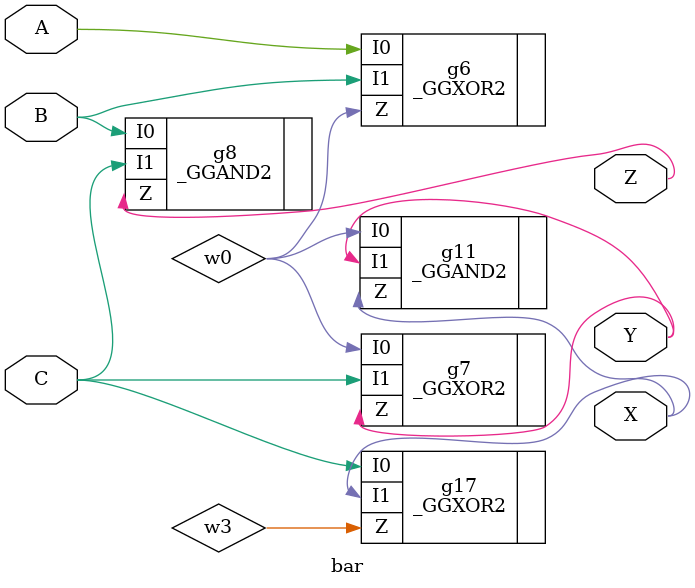
<source format=v>

`timescale 1ns/1ns

module PAGE1;    //: root_module
//: enddecls

  //: comment g3 @(260,80) /anc:1
  //: /line:"A module is an encapsulated piece of logic that can be made"
  //: /line:"to serve a purpose in a circuit, similar to a function call"
  //: /line:"in a program. Each module in TkGate has an \"interface\" and"
  //: /line:"a \"definition\":"
  //: /line:""
  //: /line:"  *  The <i color=green4>interface</i> describes the external"
  //: /line:"     appearance of a module including the size of the box and"
  //: /line:"     the positions of the ports on it. TkGate supports \"block\""
  //: /line:"     interfaces and \"symbol\" interfaces."
  //: /line:"  "
  //: /line:"  *  The <i color=green4>definition</i> describes the internal"
  //: /line:"     logic that the module implements. TkGate supports \"netlist\""
  //: /line:"     and \"HDL\" modules."
  //: /line:""
  //: /end
  //: comment g2 @(10,65) /sn:0 /anc:1
  //: /line:"<img src=bigmodule.gif>"
  //: /end
  //: comment g1 @(9,13) /anc:1
  //: /line:"<h3>Using Modules</h3>"
  //: /line:""
  //: /line:"In this chapter, you will learn how to create, edit and manage modules."
  //: /end
  //: comment g0 @(10,370) /sn:0 /R:14 /anc:1
  //: /line:"<tutorial-navigation>"
  //: /end

endmodule
//: /netlistEnd

//: /netlistBegin PAGE6
module PAGE6();
//: interface  /sz:(40, 40) /bd:[ ] /pd: 0 /pi: 0 /pe: 0 /pp: 1
wire w4;    //: /sn:0 {0}(258,177)(273,177){1}
wire w0;    //: /sn:0 {0}(200,161)(185,161){1}
wire w3;    //: /sn:0 {0}(258,161)(273,161){1}
wire w1;    //: /sn:0 {0}(200,177)(185,177){1}
wire w2;    //: /sn:0 {0}(200,192)(185,192){1}
wire w5;    //: /sn:0 {0}(258,193)(273,193){1}
//: enddecls

  bar g4 (.C(w2), .B(w1), .A(w0), .Z(w5), .Y(w4), .X(w3));   //: @(201, 145) /sz:(56, 72) /sn:0 /p:[ Li0>0 Li1>0 Li2>0 Ro0<0 Ro1<0 Ro2<0 ]
  //: comment g3 @(10,370) /sn:0 /R:14
  //: /line:"<tutorial-navigation>"
  //: /end
  //: comment g2 @(10,370) /sn:0 /R:14
  //: /line:"<tutorial-navigation>"
  //: /end
  //: comment g1 @(9,13) /anc:1
  //: /line:"<h3>Using Modules</h3> <b>(editing module definitions)</b>"
  //: /line:""
  //: /line:"To edit the definition of a module you have created, double click on its name in the module name"
  //: /line:"tree or list view. Alternatively you can right click on an instance of the module and select"
  //: /line:"<font color=red2>Open</font> from the popup menu."
  //: /end
  //: comment g0 @(10,370) /sn:0 /R:14
  //: /line:"<tutorial-navigation>"
  //: /end

endmodule
//: /netlistEnd

//: /netlistBegin PAGE3
module PAGE3();
//: interface  /sz:(40, 40) /bd:[ ] /pd: 0 /pi: 0 /pe: 0 /pp: 1
//: enddecls

  //: comment g4 @(576,89) /sn:0 /anc:1
  //: /line:"<font color=green4>Hint: The pages in this tutorial"
  //: /line:"are actually modules with the"
  //: /line:"names PAGE1, PAGE2, etc.</font>"
  //: /end
  //: comment g3 @(23,72) /sn:0 /anc:1
  //: /line:"<img src=document.gif> Top-level or root module."
  //: /line:""
  //: /line:"<img src=mod_net.gif> Netlist module."
  //: /line:""
  //: /line:"<img src=mod_hdl.gif> Verilog HDL module."
  //: /line:""
  //: /line:"<img src=mod_netL.gif> Locked netlist module."
  //: /line:""
  //: /line:"<img src=mod_hdlL.gif> Locked Verilog HDL module."
  //: /line:""
  //: /line:"<img src=unused.gif> Container for unused modules."
  //: /line:""
  //: /end
  //: comment g2 @(269,68) /anc:1
   //: /line:"<img src=chip.gif> Library module."
  //: /line:""
  //: /line:"<img src=parts.gif> Container for all libraries."
  //: /line:""
  //: /line:"<img src=ichipdir.gif> Container for a single library."
  //: /line:""
  //: /line:"<img src=unknown.gif> Use of an undefined module."
  //: /line:""
  //: /line:"<img src=conflict.gif> Recursive inclusion of a module."
  //: /line:""
  //: /end
  //: comment g1 @(9,13) /anc:1
  //: /line:"<h3>Using Modules</h3> <b>(module list symbols)</b>"
  //: /line:""
  //: /line:"The following symbols are used in the module tree and list view:"
  //: /line:""
  //: /end
  //: comment g0 @(10,370) /sn:0 /R:14 /anc:1
  //: /line:"<tutorial-navigation>"
  //: /end

endmodule
//: /netlistEnd

//: /netlistBegin ALU
module ALU(F, A, B, Z);
//: interface  /sz:(40, 40) /bd:[ ] /pd: 0 /pi: 0 /pe: 0 /pp: 1
input [7:0] B;    //: /sn:0 {0}(#:342,147)(342,184){1}
//: {2}(344,186)(367,186){3}
//: {4}(371,186)(425,186)(425,258){5}
//: {6}(369,188)(369,261){7}
//: {8}(342,188)(342,258){9}
input [1:0] F;    //: /sn:0 {0}(#:343,353)(214,353){1}
input [7:0] A;    //: /sn:0 {0}(#:265,147)(265,215){1}
//: {2}(267,217)(345,217){3}
//: {4}(349,217)(372,217){5}
//: {6}(376,217)(457,217)(457,258){7}
//: {8}(374,219)(374,261){9}
//: {10}(347,219)(347,258){11}
//: {12}(265,219)(265,322)(348,322)(348,337){13}
supply0 w0;    //: /sn:0 {0}(491,295)(491,272)(465,272){1}
output [7:0] Z;    //: /sn:0 {0}(#:366,404)(366,366){1}
wire [7:0] w14;    //: /sn:0 {0}(#:345,279)(345,310)(360,310)(360,337){1}
wire w4;    //: /sn:0 {0}(417,272)(407,272){1}
wire [7:0] w11;    //: /sn:0 {0}(#:372,282)(372,337){1}
wire [7:0] w10;    //: /sn:0 {0}(#:384,337)(384,307)(441,307)(441,287){1}
//: enddecls

  //: joint g8 (A) @(347, 217) /w:[ 4 -1 3 10 ]
  _GGADD8 #(68, 70, 62, 64) g4 (.A(B), .B(A), .S(w10), .CI(w0), .CO(w4));   //: @(441,274) /sn:0 /w:[ 5 7 1 1 0 ]
  //: GROUND g13 (w0) @(491,301) /sn:0 /w:[ 0 ]
  //: IN g3 (F) @(212,353) /sn:0 /w:[ 1 ]
  //: IN g2 (A) @(265,145) /sn:0 /R:3 /w:[ 0 ]
  //: IN g1 (B) @(342,145) /sn:0 /R:3 /w:[ 0 ]
  //: joint g11 (B) @(369, 186) /w:[ 4 -1 3 6 ]
  //: joint g10 (A) @(374, 217) /w:[ 6 -1 5 8 ]
  _GGAND2x8 #(6) g6 (.I0(B), .I1(A), .Z(w11));   //: @(372,272) /sn:0 /R:3 /w:[ 7 9 0 ] /eb:0
  //: joint g9 (A) @(265, 217) /w:[ 2 1 -1 12 ]
  _GGOR2x8 #(6) g7 (.I0(B), .I1(A), .Z(w14));   //: @(345,269) /sn:0 /R:3 /w:[ 9 11 0 ] /eb:0
  //: OUT g5 (Z) @(366,401) /sn:0 /R:3 /w:[ 0 ]
  _GGMUX4x8 #(12, 12) g0 (.I0(A), .I1(w14), .I2(w11), .I3(w10), .S(F), .Z(Z));   //: @(366,353) /sn:0 /w:[ 13 1 1 0 0 1 ] /ss:0 /do:0
  //: joint g12 (B) @(342, 186) /w:[ 2 1 -1 8 ]

endmodule
//: /netlistEnd

//: /netlistBegin foo
module foo(Z2, I3, Z1, I1, I2, Z3);
//: interface  /sz:(41, 40) /bd:[ ] /pd: 0 /pi: 0 /pe: 0 /pp: 1
input I2;    //: /sn:0 {0}(245,200)(275,200){1}
//: {2}(277,198)(277,153)(292,153){3}
//: {4}(277,202)(277,248)(348,248){5}
output Z3;    //: /sn:0 {0}(369,251)(448,251){1}
input I1;    //: /sn:0 {0}(292,148)(278,148)(278,128)(246,128){1}
output Z2;    //: /sn:0 {0}(392,156)(380,156)(380,184){1}
//: {2}(382,186)(448,186){3}
//: {4}(378,186)(369,186){5}
output Z1;    //: /sn:0 {0}(448,154)(413,154){1}
input I3;    //: /sn:0 {0}(348,188)(296,188)(296,251){1}
//: {2}(298,253)(348,253){3}
//: {4}(294,253)(245,253){5}
wire w0;    //: /sn:0 {0}(348,183)(338,183)(338,153){1}
//: {2}(340,151)(392,151){3}
//: {4}(336,151)(313,151){5}
//: enddecls

  //: OUT g4 (Z2) @(445,186) /sn:0 /w:[ 3 ]
  _GGAND2 #(6) g8 (.I0(I2), .I1(I3), .Z(Z3));   //: @(359,251) /sn:0 /w:[ 5 3 0 ] /eb:0
  //: joint g13 (w0) @(338, 151) /w:[ 2 -1 4 1 ]
  //: IN g2 (I3) @(243,253) /sn:0 /w:[ 5 ]
  //: OUT g1 (Z1) @(445,154) /sn:0 /w:[ 0 ]
  _GGAND2 #(6) g11 (.I0(w0), .I1(Z2), .Z(Z1));   //: @(403,154) /sn:0 /w:[ 3 0 1 ] /eb:0
  //: comment g16 @(585,127) /sn:0
  //: /line:"<font color=green4>Hint: If you opened this module by"
  //: /line:"choosing <img src=blk_open.gif><font color=red2>Open</font> from the menu or"
  //: /line:"toolbar, you can close it by right"
  //: /line:"clicking in the canvas area and"
  //: /line:"selecting <font color=red2>Close</font>."
  //: /end
  //: joint g10 (I2) @(277, 200) /w:[ -1 2 1 4 ]
  //: IN g19 (I1) @(244,128) /sn:0 /w:[ 1 ]
  _GGXOR2 #(8) g6 (.I0(I1), .I1(I2), .Z(w0));   //: @(303,151) /sn:0 /w:[ 0 3 5 ] /eb:0
  _GGXOR2 #(8) g7 (.I0(w0), .I1(I3), .Z(Z2));   //: @(359,186) /sn:0 /w:[ 0 0 5 ] /eb:0
  //: joint g9 (I3) @(296, 253) /w:[ 2 1 4 -1 ]
  //: comment g15 @(22,25)
  //: /line:"This is the definition for module \"foo\"."
  //: /end
  //: IN g5 (I2) @(243,200) /sn:0 /w:[ 0 ]
  //: comment g14 @(76,306) /sn:0
  //: /line:"<a href=\"#/PAGE8\">&lang;VOLVER AL TUTORIAL&rang;</a>"
  //: /end
  //: joint g23 (Z2) @(380, 186) /w:[ 2 1 4 -1 ]
  //: OUT g12 (Z3) @(445,251) /sn:0 /w:[ 1 ]

endmodule
//: /netlistEnd

//: /netlistBegin PAGE8
module PAGE8();
//: interface  /sz:(40, 40) /bd:[ ] /pd: 0 /pi: 0 /pe: 0 /pp: 1
//: enddecls

  //: comment g3 @(573,160) /sn:0 /anc:1
  //: /line:"<font color=green4>Hint: If you are unable to modify a"
  //: /line:"module interface, right click on it,"
  //: /line:"select <img src=i_modprops.gif></font><font color=red2>Module Properties...</font><font color=green4>, then"
  //: /line:"unset the interface protection options"
  //: /line:"in the dialog box.</font>"
  //: /end
  foo g2 ();   //: @(208, 163) /sz:(40, 40) /sn:0 /p:[ ]
  //: comment g1 @(9,13) /anc:1
  //: /line:"<h3>Using Modules</h3> <b>(manual interface generation)</b>"
  //: /line:""
  //: /line:"You can also manually create and edit the interface of a module:"
  //: /line:" * To change the size of the interface, left-click on an edge or corner and drag it with the mouse."
  //: /line:" * To add a port, right click on an edge and choose the port type to create from the popup menu."
  //: /line:" * To delete a port, select the <img src=cut_curs.gif> tool and cut the wire off of the module."
  //: /line:" * To edit port properties, double click on the port with the <img src=mov_curs.gif> tool."
  //: /end
  //: comment g0 @(10,370) /sn:0 /R:14
  //: /line:"<tutorial-navigation>"
  //: /end

endmodule
//: /netlistEnd

//: /netlistBegin PAGE9
module PAGE9();
//: interface  /sz:(40, 40) /bd:[ ] /pd: 0 /pi: 0 /pe: 0 /pp: 1
wire [7:0] w3;    //: /sn:0 {0}(#:329,194)(314,194){1}
wire [1:0] w0;    //: /sn:0 {0}(#:257,226)(272,226){1}
wire [7:0] w1;    //: /sn:0 {0}(#:257,210)(272,210){1}
wire [7:0] w2;    //: /sn:0 {0}(#:257,194)(272,194){1}
//: enddecls

  ALU g3 (.A(w2), .B(w1), .F(w0), .Z(w3));   //: @(273, 178) /sz:(40, 64) /sn:0 /p:[ Li0>1 Li1>1 Li2>1 Ro0<1 ]
  //: comment g2 @(10,370) /sn:0 /R:14
  //: /line:"<tutorial-navigation>"
  //: /end
  //: comment g1 @(9,13) /anc:1
  //: /line:"<h3>Using Modules</h3> <b>(updating the default interface)</b>"
  //: /line:""
  //: /line:"Module interfaces constructed in <img src=editmode.gif> <font color=red2>Edit</font> mode, apply only to the specific instance that you created."
  //: /line:"To make an interface the default for newly created instance of modules of that type, right click"
  //: /line:"on an interface and select <font color=red2>Interface &rarr; Set</font>. Try setting the interface to each of the two instances of"
  //: /line:"ALU modules below, then try creating new ALU modules by dragging them from the module list."
  //: /end
  ALU g0 ();   //: @(130, 184) /sz:(40, 40) /sn:0 /p:[ ]

endmodule
//: /netlistEnd

//: /netlistBegin PAGE7
module PAGE7();
//: interface  /sz:(40, 40) /bd:[ ] /pd: 0 /pi: 0 /pe: 0 /pp: 1
//: enddecls

  //: comment g1 @(9,13) /anc:1
  //: /line:"<h3>Using Modules</h3> <b>(automatic interface generation)</b>"
  //: /line:""
  //: /line:"The interface of a module includes the size and shape of the box as well as the location and names"
  //: /line:"of the ports. The easiest way to create an interface is to use automatic generation. Automatic"
  //: /line:"generation uses the ports referenced in the definition to create the interface. To automatically"
  //: /line:"create an interface for the \"bar\" module, first click on the module list tab <img src=modlist.gif bgcolor=gray>, then right click on \"bar\""
  //: /line:"and select <font color=red2>Interface &rarr; Auto Generate...</font> Now left click and drag the bar module onto the canvas to see"
  //: /line:"the new interface."
  //: /line:""
  //: /end
  //: comment g0 @(10,370) /sn:0 /R:14
  //: /line:"<tutorial-navigation>"
  //: /end

endmodule
//: /netlistEnd

//: /netlistBegin PAGE5
module PAGE5();
//: interface  /sz:(40, 40) /bd:[ ] /pd: 0 /pi: 0 /pe: 0 /pp: 1
//: enddecls

  //: comment g1 @(9,13) /anc:1
  //: /line:"<h3>Using Modules</h3> <b>(creating module definitions)</b>"
  //: /line:""
  //: /line:"To create a new module, press the <img src=blk_new.gif> button. Enter the name for the new module"
  //: /line:"and select whether you wish to create it as a \"netlist\" (graphical) module or an"
  //: /line:"HDL (textual) module. Try creating a new module named \"CPU\"."
  //: /end
  //: comment g0 @(10,370) /sn:0 /R:14
  //: /line:"<tutorial-navigation>"
  //: /end

endmodule
//: /netlistEnd

//: /netlistBegin PAGE4
module PAGE4();
//: interface  /sz:(40, 40) /bd:[ ] /pd: 0 /pi: 0 /pe: 0 /pp: 1
//: enddecls

  //: comment g2 @(506,99) /sn:0 /anc:1
  //: /line:"<font color=green4>Hint: You can also drag and drop"
  //: /line:"module instance from the tree view,"
  //: /line:"but it is easier to use the list view"
  //: /line:"since that view gives you a straight"
  //: /line:"alphabetical list of all module.</font>"
  //: /end
  //: comment g99 @(9,13) /anc:1
  //: /line:"<h3>Using Modules</h3> <b>(creating module instances)</b>"
  //: /line:""
  //: /line:"The easiest way to create a module instance is to find its name in the module list and"
  //: /line:"drag it into the current circuit. Try switching to the list view by pressing <img src=modlist.gif> then"
  //: /line:"dragging several instances of the \"bar\" module into the current edit window."
  //: /end
  //: comment g0 @(10,370) /sn:0 /R:14 /anc:1
  //: /line:"<tutorial-navigation>"
  //: /end

endmodule
//: /netlistEnd

//: /netlistBegin PAGE2
module PAGE2();
//: interface  /sz:(40, 40) /bd:[ ] /pd: 0 /pi: 0 /pe: 0 /pp: 1
//: enddecls

  //: comment g3 @(548,6) /sn:0 /anc:1
  //: /line:"<img src=modlistfig.gif>"
  //: /end
  //: comment g2 @(551,339) /sn:0 /anc:1
  //: /line:"<font color=green4>Module Tree View Example</font>"
  //: /end
  //: comment g1 @(9,13) /anc:1
  //: /line:"<h3>Using Modules</h3> <b>(module list)</b>"
  //: /line:""
  //: /line:"The set of modules in the current circuit is shown on the left-hand side of the interface. You"
  //: /line:"can choose between a <i>tree view</i> <img src=modtree.gif bgcolor=gray> (see example) and a <i>list view</i> <img src=modlist.gif bgcolor=gray>. The tree view shows"
  //: /line:"the module hierarchy starting at a top-level root module indicated by the <img src=document.gif> symbol. Modules"
  //: /line:"which are still in the circuit, but are not used anywhere in the hierarchy are listed under the"
  //: /line:"\"<img src=unused.gif> Unused\" branch. Click on <img src=hboxopen.gif> to open a branch on the tree."
  //: /line:""
  //: /end
  //: comment g0 @(10,370) /sn:0 /R:14 /anc:1
  //: /line:"<tutorial-navigation>"
  //: /end

endmodule
//: /netlistEnd

//: /netlistBegin PAGE10
module PAGE10();
//: interface  /sz:(40, 40) /bd:[ ] /pd: 0 /pi: 0 /pe: 0 /pp: 1
//: enddecls

  //: comment g2 @(10,370) /sn:0 /R:14
  //: /line:"<tutorial-navigation>"
  //: /end
  //: comment g1 @(11,22) /anc:1
  //: /line:"<h3>Using Modules</h3> <b>(interface editor)</b>"
  //: /line:""
  //: /line:"You can directly edit the module interface using TkGate's interface mode. Click on the <img src=editintr.gif> <font color=red2>Interface</font>"
  //: /line:"tab over the main canvas to enter this mode. Details on how to use this mode are given in the TkGate"
  //: /line:"documentation. Click on the <img src=editmode.gif> <font color=red2>Edit</font> tab to return to the normal editing mode."
  //: /end

endmodule
//: /netlistEnd

//: /netlistBegin bar
module bar(Y, X, C, B, Z, A);
//: interface  /sz:(56, 72) /bd:[ Li0>C(48/72) Li1>B(32/72) Li2>A(16/72) Ro0<Z(48/72) Ro1<Y(32/72) Ro2<X(16/72) ] /pd: 0 /pi: 0 /pe: 0 /pp: 0
//: property pptype=0
input B;    //: /sn:0 {0}(86,207)(116,207){1}
//: {2}(118,205)(118,160)(133,160){3}
//: {4}(118,209)(118,255)(189,255){5}
output X;    //: /sn:0 {0}(346,161)(268,161){1}
//: {2}(266,159)(266,131)(282,131){3}
//: {4}(264,161)(254,161){5}
input A;    //: /sn:0 {0}(133,155)(50:118,155)(118,135)(86,135){1}
output Z;    //: /sn:0 {0}(210,258)(346,258){1}
input C;    //: /sn:0 {0}(189,195)(137,195)(137,258){1}
//: {2}(139,260)(160,260){3}
//: {4}(164,260)(189,260){5}
//: {6}(162,258)(162,126)(282,126){7}
//: {8}(135,260)(86,260){9}
output Y;    //: /sn:0 {0}(233,163)(221,163)(221,191){1}
//: {2}(223,193)(346,193){3}
//: {4}(219,193)(210,193){5}
wire w0;    //: /sn:0 {0}(189,190)(179,190)(179,160){1}
//: {2}(181,158)(233,158){3}
//: {4}(177,158)(154,158){5}
wire w3;    //: /sn:0 {0}(303,129)(318,129){1}
//: enddecls

  //: OUT g4 (Y) @(343,193) /sn:0 /w:[ 3 ]
  _GGAND2 #(6) g8 (.I0(B), .I1(C), .Z(Z));   //: @(200,258) /sn:0 /w:[ 5 5 0 ] /eb:0
  //: joint g13 (w0) @(179, 158) /w:[ 2 -1 4 1 ]
  //: OUT g3 (X) @(343,161) /sn:0 /w:[ 0 ]
  //: IN g2 (C) @(84,260) /sn:0 /w:[ 9 ]
  //: IN g1 (B) @(84,207) /sn:0 /w:[ 0 ]
  //: comment g16 @(585,127) /sn:0 /anc:1
  //: /line:"<font color=green4>Hint: If you opened this module by"
  //: /line:"choosing <img src=blk_open.gif><font color=red2>Open</font> from the menu or"
  //: /line:"toolbar, you can close it by right"
  //: /line:"clicking in the canvas area and"
  //: /line:"selecting <font color=red2>Close</font>."
  //: /end
  _GGAND2 #(6) g11 (.I0(w0), .I1(Y), .Z(X));   //: @(244,161) /sn:0 /w:[ 3 0 5 ] /eb:0
  //: joint g10 (B) @(118, 207) /w:[ -1 2 1 4 ]
  //: joint g19 (C) @(162, 260) /w:[ 4 6 3 -1 ]
  _GGXOR2 #(8) g6 (.I0(A), .I1(B), .Z(w0));   //: @(144,158) /sn:0 /w:[ 0 3 5 ] /eb:0
  _GGXOR2 #(8) g7 (.I0(w0), .I1(C), .Z(Y));   //: @(200,193) /sn:0 /w:[ 0 0 5 ] /eb:0
  //: joint g9 (C) @(137, 260) /w:[ 2 1 8 -1 ]
  //: comment g15 @(22,25)
  //: /line:"This is the definition for module \"bar\". Ports A, B and C are inputs, and ports X, Y and Z are"
  //: /line:"outputs. Try adding an additional output port \"W\" from the output of the XOR gate below."
  //: /line:"Right click at the position you want to create the port then select <font color=red2>Make &rarr; Module &rarr; Module"
  //: /line:"Output</font> from the popup menu. Enter \"W\" for the net name in the dialog box."
  //: /line:""
  //: /end
  _GGXOR2 #(8) g17 (.I0(C), .I1(X), .Z(w3));   //: @(293,129) /sn:0 /w:[ 7 3 0 ]
  //: comment g14 @(76,306) /sn:0
  //: /line:"<a href=\"#/PAGE6\">&lang;VOLVER AL TUTORIAL&rang;</a>"
  //: /end
  //: OUT g5 (Z) @(343,258) /sn:0 /w:[ 1 ]
  //: IN g0 (A) @(84,135) /sn:0 /w:[ 1 ]
  //: joint g12 (Y) @(221, 193) /w:[ 2 1 4 -1 ]
  //: joint g18 (X) @(266, 161) /w:[ 1 2 4 -1 ]

endmodule
//: /netlistEnd


</source>
